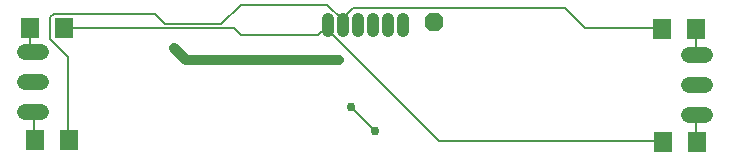
<source format=gbr>
G04 EAGLE Gerber RS-274X export*
G75*
%MOMM*%
%FSLAX34Y34*%
%LPD*%
%INBottom Copper*%
%IPPOS*%
%AMOC8*
5,1,8,0,0,1.08239X$1,22.5*%
G01*
%ADD10C,1.008000*%
%ADD11P,1.732040X8X22.500000*%
%ADD12C,1.320800*%
%ADD13R,1.600000X1.803000*%
%ADD14C,0.756400*%
%ADD15C,0.152400*%
%ADD16C,0.812800*%


D10*
X349250Y134660D02*
X349250Y144740D01*
X336550Y144740D02*
X336550Y134660D01*
X323850Y134660D02*
X323850Y144740D01*
X311150Y144740D02*
X311150Y134660D01*
X298450Y134660D02*
X298450Y144740D01*
X285750Y144740D02*
X285750Y134660D01*
D11*
X375600Y142500D03*
D12*
X42304Y66000D02*
X29096Y66000D01*
X29096Y91400D02*
X42304Y91400D01*
X42304Y116800D02*
X29096Y116800D01*
X591496Y114000D02*
X604704Y114000D01*
X604704Y88600D02*
X591496Y88600D01*
X591496Y63200D02*
X604704Y63200D01*
D13*
X597520Y41000D03*
X569080Y41000D03*
X596720Y136000D03*
X568280Y136000D03*
X61820Y137500D03*
X33380Y137500D03*
X66020Y42500D03*
X37580Y42500D03*
D14*
X305000Y70000D03*
D15*
X325000Y50000D01*
D14*
X325000Y50000D03*
X295000Y110000D03*
D16*
X165000Y110000D02*
X155000Y120000D01*
D14*
X155000Y120000D03*
D16*
X165000Y110000D02*
X295000Y110000D01*
D15*
X65532Y112776D02*
X65532Y42672D01*
X65532Y112776D02*
X50292Y128016D01*
X50292Y146304D01*
X53340Y149352D01*
X138684Y149352D01*
X147828Y140208D01*
X195072Y140208D01*
X211836Y156972D01*
X284988Y156972D01*
X297180Y144780D01*
X297180Y140208D01*
X66020Y42500D02*
X65532Y42672D01*
X297180Y140208D02*
X298450Y139700D01*
X502920Y137160D02*
X566928Y137160D01*
X502920Y137160D02*
X486156Y153924D01*
X306324Y153924D01*
X297180Y144780D01*
X566928Y137160D02*
X568280Y136000D01*
X298450Y139700D02*
X297180Y144780D01*
X597408Y62484D02*
X597408Y41148D01*
X597520Y41000D01*
X597408Y62484D02*
X598100Y63200D01*
X597408Y114300D02*
X597408Y135636D01*
X596720Y136000D01*
X597408Y114300D02*
X598100Y114000D01*
X205740Y137160D02*
X62484Y137160D01*
X205740Y137160D02*
X211836Y131064D01*
X277368Y131064D01*
X283464Y137160D02*
X284988Y138684D01*
X283464Y137160D02*
X277368Y131064D01*
X62484Y137160D02*
X61820Y137500D01*
X284988Y138684D02*
X285750Y139700D01*
X379476Y41148D02*
X568452Y41148D01*
X379476Y41148D02*
X283464Y137160D01*
X568452Y41148D02*
X569080Y41000D01*
X285750Y139700D02*
X283464Y137160D01*
X33528Y137160D02*
X33528Y118872D01*
X35052Y117348D01*
X33528Y137160D02*
X33380Y137500D01*
X35052Y117348D02*
X35700Y116800D01*
X36576Y65532D02*
X36576Y42672D01*
X37580Y42500D01*
X36576Y65532D02*
X35700Y66000D01*
M02*

</source>
